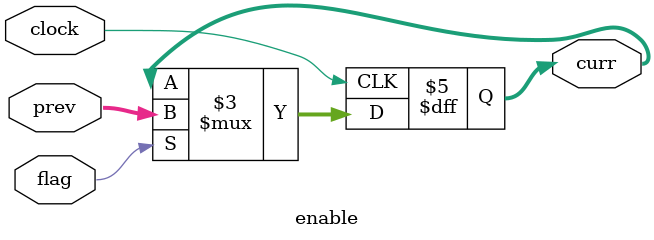
<source format=v>




module enable(prev, curr, flag, clock);
	input [31:0] prev;
	input flag;
	input clock;
	output [31:0] curr;

	always@(posedge clock)
	begin
		if(flag) begin
			curr = prev;
		end
	end

endmodule

</source>
